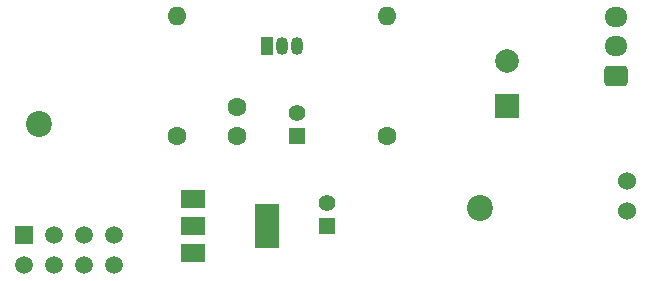
<source format=gbr>
%TF.GenerationSoftware,KiCad,Pcbnew,6.0.6-3a73a75311~116~ubuntu20.04.1*%
%TF.CreationDate,2022-07-22T14:00:07-05:00*%
%TF.ProjectId,esp_ha_integrator,6573705f-6861-45f6-996e-746567726174,rev?*%
%TF.SameCoordinates,PX6a95280PY6350ce0*%
%TF.FileFunction,Soldermask,Top*%
%TF.FilePolarity,Negative*%
%FSLAX46Y46*%
G04 Gerber Fmt 4.6, Leading zero omitted, Abs format (unit mm)*
G04 Created by KiCad (PCBNEW 6.0.6-3a73a75311~116~ubuntu20.04.1) date 2022-07-22 14:00:07*
%MOMM*%
%LPD*%
G01*
G04 APERTURE LIST*
G04 Aperture macros list*
%AMRoundRect*
0 Rectangle with rounded corners*
0 $1 Rounding radius*
0 $2 $3 $4 $5 $6 $7 $8 $9 X,Y pos of 4 corners*
0 Add a 4 corners polygon primitive as box body*
4,1,4,$2,$3,$4,$5,$6,$7,$8,$9,$2,$3,0*
0 Add four circle primitives for the rounded corners*
1,1,$1+$1,$2,$3*
1,1,$1+$1,$4,$5*
1,1,$1+$1,$6,$7*
1,1,$1+$1,$8,$9*
0 Add four rect primitives between the rounded corners*
20,1,$1+$1,$2,$3,$4,$5,0*
20,1,$1+$1,$4,$5,$6,$7,0*
20,1,$1+$1,$6,$7,$8,$9,0*
20,1,$1+$1,$8,$9,$2,$3,0*%
G04 Aperture macros list end*
%ADD10R,1.500000X1.500000*%
%ADD11C,1.500000*%
%ADD12C,2.200000*%
%ADD13RoundRect,0.250000X0.725000X-0.600000X0.725000X0.600000X-0.725000X0.600000X-0.725000X-0.600000X0*%
%ADD14O,1.950000X1.700000*%
%ADD15C,1.524000*%
%ADD16R,1.050000X1.500000*%
%ADD17O,1.050000X1.500000*%
%ADD18C,1.600000*%
%ADD19O,1.600000X1.600000*%
%ADD20R,1.400000X1.400000*%
%ADD21C,1.400000*%
%ADD22R,2.000000X2.000000*%
%ADD23C,2.000000*%
%ADD24R,2.000000X1.500000*%
%ADD25R,2.000000X3.800000*%
G04 APERTURE END LIST*
D10*
%TO.C,U1*%
X7395000Y6840000D03*
D11*
X9935000Y6840000D03*
X12475000Y6840000D03*
X15015000Y6840000D03*
X7395000Y4300000D03*
X9935000Y4300000D03*
X12475000Y4300000D03*
X15015000Y4300000D03*
%TD*%
D12*
%TO.C,REF\u002A\u002A*%
X8636000Y16256000D03*
%TD*%
D13*
%TO.C,J2*%
X57510000Y20360000D03*
D14*
X57510000Y22860000D03*
X57510000Y25360000D03*
%TD*%
D15*
%TO.C,J1*%
X58420000Y8900000D03*
X58420000Y11420000D03*
%TD*%
D16*
%TO.C,Q1*%
X27940000Y22860000D03*
D17*
X29210000Y22860000D03*
X30480000Y22860000D03*
%TD*%
D18*
%TO.C,R2*%
X38100000Y15240000D03*
D19*
X38100000Y25400000D03*
%TD*%
D20*
%TO.C,C3*%
X33020000Y7620000D03*
D21*
X33020000Y9620000D03*
%TD*%
D18*
%TO.C,C1*%
X25360000Y15240000D03*
X25360000Y17740000D03*
%TD*%
D20*
%TO.C,C2*%
X30480000Y15240000D03*
D21*
X30480000Y17240000D03*
%TD*%
D12*
%TO.C,REF\u002A\u002A*%
X45974000Y9144000D03*
%TD*%
D22*
%TO.C,C4*%
X48260000Y17780000D03*
D23*
X48260000Y21580000D03*
%TD*%
D18*
%TO.C,R1*%
X20320000Y15240000D03*
D19*
X20320000Y25400000D03*
%TD*%
D24*
%TO.C,U2*%
X21640000Y9920000D03*
X21640000Y7620000D03*
D25*
X27940000Y7620000D03*
D24*
X21640000Y5320000D03*
%TD*%
M02*

</source>
